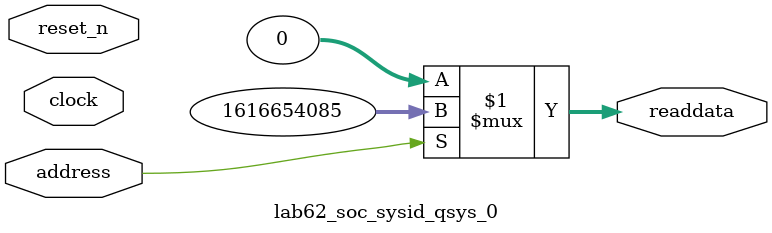
<source format=v>



// synthesis translate_off
`timescale 1ns / 1ps
// synthesis translate_on

// turn off superfluous verilog processor warnings 
// altera message_level Level1 
// altera message_off 10034 10035 10036 10037 10230 10240 10030 

module lab62_soc_sysid_qsys_0 (
               // inputs:
                address,
                clock,
                reset_n,

               // outputs:
                readdata
             )
;

  output  [ 31: 0] readdata;
  input            address;
  input            clock;
  input            reset_n;

  wire    [ 31: 0] readdata;
  //control_slave, which is an e_avalon_slave
  assign readdata = address ? 1616654085 : 0;

endmodule



</source>
